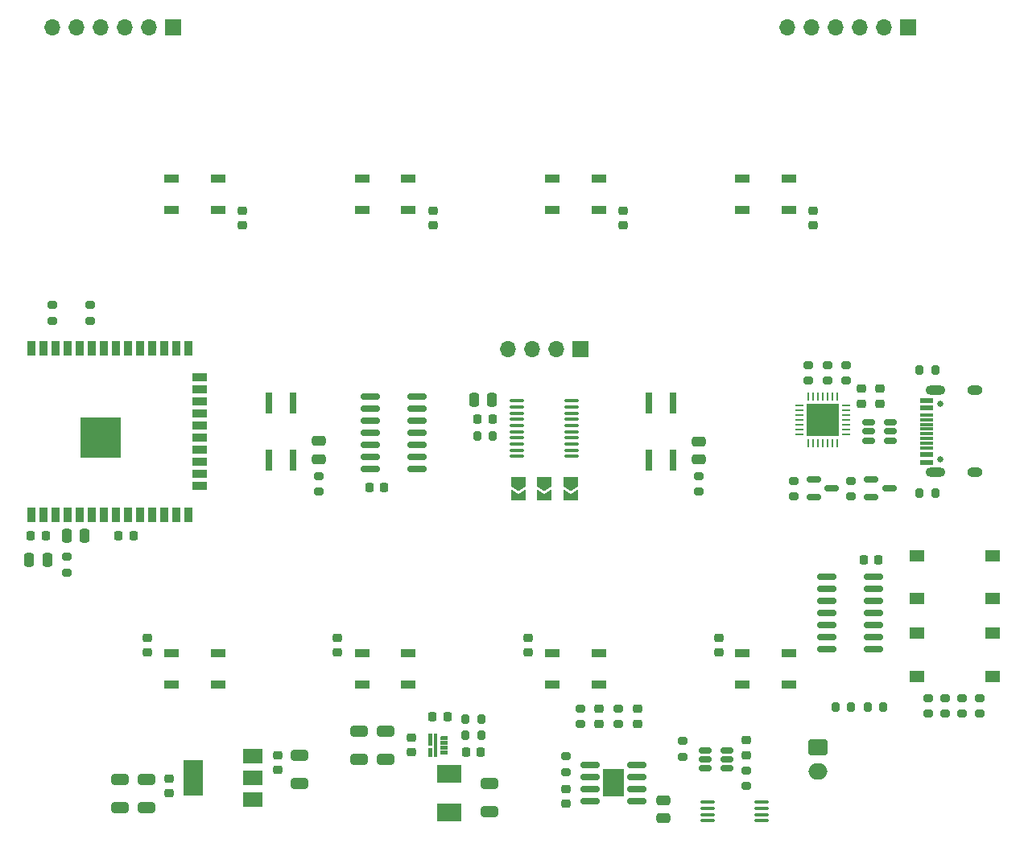
<source format=gts>
G04 #@! TF.GenerationSoftware,KiCad,Pcbnew,(6.0.10-0)*
G04 #@! TF.CreationDate,2023-01-31T00:07:50+01:00*
G04 #@! TF.ProjectId,breast-module-proto-v1,62726561-7374-42d6-9d6f-64756c652d70,Proto V1*
G04 #@! TF.SameCoordinates,Original*
G04 #@! TF.FileFunction,Soldermask,Top*
G04 #@! TF.FilePolarity,Negative*
%FSLAX46Y46*%
G04 Gerber Fmt 4.6, Leading zero omitted, Abs format (unit mm)*
G04 Created by KiCad (PCBNEW (6.0.10-0)) date 2023-01-31 00:07:50*
%MOMM*%
%LPD*%
G01*
G04 APERTURE LIST*
G04 Aperture macros list*
%AMRoundRect*
0 Rectangle with rounded corners*
0 $1 Rounding radius*
0 $2 $3 $4 $5 $6 $7 $8 $9 X,Y pos of 4 corners*
0 Add a 4 corners polygon primitive as box body*
4,1,4,$2,$3,$4,$5,$6,$7,$8,$9,$2,$3,0*
0 Add four circle primitives for the rounded corners*
1,1,$1+$1,$2,$3*
1,1,$1+$1,$4,$5*
1,1,$1+$1,$6,$7*
1,1,$1+$1,$8,$9*
0 Add four rect primitives between the rounded corners*
20,1,$1+$1,$2,$3,$4,$5,0*
20,1,$1+$1,$4,$5,$6,$7,0*
20,1,$1+$1,$6,$7,$8,$9,0*
20,1,$1+$1,$8,$9,$2,$3,0*%
%AMFreePoly0*
4,1,6,1.000000,0.000000,0.500000,-0.750000,-0.500000,-0.750000,-0.500000,0.750000,0.500000,0.750000,1.000000,0.000000,1.000000,0.000000,$1*%
%AMFreePoly1*
4,1,6,0.500000,-0.750000,-0.650000,-0.750000,-0.150000,0.000000,-0.650000,0.750000,0.500000,0.750000,0.500000,-0.750000,0.500000,-0.750000,$1*%
G04 Aperture macros list end*
%ADD10C,0.010000*%
%ADD11RoundRect,0.225000X0.250000X-0.225000X0.250000X0.225000X-0.250000X0.225000X-0.250000X-0.225000X0*%
%ADD12RoundRect,0.225000X-0.250000X0.225000X-0.250000X-0.225000X0.250000X-0.225000X0.250000X0.225000X0*%
%ADD13RoundRect,0.100000X-0.637500X-0.100000X0.637500X-0.100000X0.637500X0.100000X-0.637500X0.100000X0*%
%ADD14FreePoly0,270.000000*%
%ADD15FreePoly1,270.000000*%
%ADD16R,1.700000X1.700000*%
%ADD17O,1.700000X1.700000*%
%ADD18RoundRect,0.218750X0.256250X-0.218750X0.256250X0.218750X-0.256250X0.218750X-0.256250X-0.218750X0*%
%ADD19RoundRect,0.250000X0.250000X0.475000X-0.250000X0.475000X-0.250000X-0.475000X0.250000X-0.475000X0*%
%ADD20R,1.500000X0.900000*%
%ADD21RoundRect,0.150000X-0.825000X-0.150000X0.825000X-0.150000X0.825000X0.150000X-0.825000X0.150000X0*%
%ADD22RoundRect,0.250000X-0.475000X0.250000X-0.475000X-0.250000X0.475000X-0.250000X0.475000X0.250000X0*%
%ADD23R,1.550000X1.300000*%
%ADD24RoundRect,0.200000X-0.275000X0.200000X-0.275000X-0.200000X0.275000X-0.200000X0.275000X0.200000X0*%
%ADD25R,2.000000X1.500000*%
%ADD26R,2.000000X3.800000*%
%ADD27R,0.900000X1.500000*%
%ADD28C,0.475000*%
%ADD29R,4.200000X4.200000*%
%ADD30RoundRect,0.225000X-0.225000X-0.250000X0.225000X-0.250000X0.225000X0.250000X-0.225000X0.250000X0*%
%ADD31RoundRect,0.200000X0.275000X-0.200000X0.275000X0.200000X-0.275000X0.200000X-0.275000X-0.200000X0*%
%ADD32R,2.290000X3.000000*%
%ADD33RoundRect,0.187500X0.187500X-0.937500X0.187500X0.937500X-0.187500X0.937500X-0.187500X-0.937500X0*%
%ADD34RoundRect,0.225000X0.225000X0.250000X-0.225000X0.250000X-0.225000X-0.250000X0.225000X-0.250000X0*%
%ADD35RoundRect,0.150000X-0.587500X-0.150000X0.587500X-0.150000X0.587500X0.150000X-0.587500X0.150000X0*%
%ADD36R,2.500000X1.900000*%
%ADD37C,0.650000*%
%ADD38R,1.450000X0.600000*%
%ADD39R,1.450000X0.300000*%
%ADD40O,2.100000X1.000000*%
%ADD41O,1.600000X1.000000*%
%ADD42RoundRect,0.250000X-0.650000X0.325000X-0.650000X-0.325000X0.650000X-0.325000X0.650000X0.325000X0*%
%ADD43RoundRect,0.200000X-0.200000X-0.275000X0.200000X-0.275000X0.200000X0.275000X-0.200000X0.275000X0*%
%ADD44RoundRect,0.200000X0.200000X0.275000X-0.200000X0.275000X-0.200000X-0.275000X0.200000X-0.275000X0*%
%ADD45RoundRect,0.250000X0.650000X-0.325000X0.650000X0.325000X-0.650000X0.325000X-0.650000X-0.325000X0*%
%ADD46RoundRect,0.062500X0.337500X0.062500X-0.337500X0.062500X-0.337500X-0.062500X0.337500X-0.062500X0*%
%ADD47RoundRect,0.062500X0.062500X0.337500X-0.062500X0.337500X-0.062500X-0.337500X0.062500X-0.337500X0*%
%ADD48R,3.350000X3.350000*%
%ADD49RoundRect,0.150000X0.512500X0.150000X-0.512500X0.150000X-0.512500X-0.150000X0.512500X-0.150000X0*%
%ADD50RoundRect,0.150000X0.825000X0.150000X-0.825000X0.150000X-0.825000X-0.150000X0.825000X-0.150000X0*%
%ADD51RoundRect,0.100000X0.637500X0.100000X-0.637500X0.100000X-0.637500X-0.100000X0.637500X-0.100000X0*%
%ADD52RoundRect,0.150000X-0.512500X-0.150000X0.512500X-0.150000X0.512500X0.150000X-0.512500X0.150000X0*%
%ADD53RoundRect,0.250000X-0.750000X0.600000X-0.750000X-0.600000X0.750000X-0.600000X0.750000X0.600000X0*%
%ADD54O,2.000000X1.700000*%
G04 APERTURE END LIST*
G36*
X141910000Y-129575999D02*
G01*
X141916000Y-129575999D01*
X141926000Y-129577999D01*
X141941000Y-129583999D01*
X141945000Y-129585999D01*
X141950000Y-129587999D01*
X141954000Y-129590999D01*
X141959000Y-129593999D01*
X141963000Y-129596999D01*
X141967000Y-129600999D01*
X141971000Y-129603999D01*
X141974000Y-129607999D01*
X141978000Y-129611999D01*
X141981000Y-129615999D01*
X141984000Y-129620999D01*
X141987000Y-129624999D01*
X141989000Y-129629999D01*
X141991000Y-129633999D01*
X141997000Y-129648999D01*
X141999000Y-129658999D01*
X141999000Y-129664999D01*
X142000000Y-129669999D01*
X142000000Y-129829999D01*
X141999000Y-129834999D01*
X141999000Y-129840999D01*
X141997000Y-129850999D01*
X141991000Y-129865999D01*
X141989000Y-129869999D01*
X141987000Y-129874999D01*
X141984000Y-129878999D01*
X141981000Y-129883999D01*
X141978000Y-129887999D01*
X141974000Y-129891999D01*
X141971000Y-129895999D01*
X141967000Y-129898999D01*
X141963000Y-129902999D01*
X141959000Y-129905999D01*
X141954000Y-129908999D01*
X141950000Y-129911999D01*
X141945000Y-129913999D01*
X141941000Y-129915999D01*
X141926000Y-129921999D01*
X141916000Y-129923999D01*
X141910000Y-129923999D01*
X141905000Y-129924999D01*
X141395000Y-129924999D01*
X141390000Y-129923999D01*
X141384000Y-129923999D01*
X141374000Y-129921999D01*
X141359000Y-129915999D01*
X141355000Y-129913999D01*
X141350000Y-129911999D01*
X141346000Y-129908999D01*
X141341000Y-129905999D01*
X141337000Y-129902999D01*
X141333000Y-129898999D01*
X141329000Y-129895999D01*
X141326000Y-129891999D01*
X141322000Y-129887999D01*
X141319000Y-129883999D01*
X141316000Y-129878999D01*
X141313000Y-129874999D01*
X141311000Y-129869999D01*
X141309000Y-129865999D01*
X141303000Y-129850999D01*
X141301000Y-129840999D01*
X141301000Y-129834999D01*
X141300000Y-129829999D01*
X141300000Y-129669999D01*
X141301000Y-129664999D01*
X141301000Y-129658999D01*
X141303000Y-129648999D01*
X141309000Y-129633999D01*
X141311000Y-129629999D01*
X141313000Y-129624999D01*
X141316000Y-129620999D01*
X141319000Y-129615999D01*
X141322000Y-129611999D01*
X141326000Y-129607999D01*
X141329000Y-129603999D01*
X141333000Y-129600999D01*
X141337000Y-129596999D01*
X141341000Y-129593999D01*
X141346000Y-129590999D01*
X141350000Y-129587999D01*
X141355000Y-129585999D01*
X141359000Y-129583999D01*
X141374000Y-129577999D01*
X141384000Y-129575999D01*
X141390000Y-129575999D01*
X141395000Y-129574999D01*
X141905000Y-129574999D01*
X141910000Y-129575999D01*
G37*
D10*
X141910000Y-129575999D02*
X141916000Y-129575999D01*
X141926000Y-129577999D01*
X141941000Y-129583999D01*
X141945000Y-129585999D01*
X141950000Y-129587999D01*
X141954000Y-129590999D01*
X141959000Y-129593999D01*
X141963000Y-129596999D01*
X141967000Y-129600999D01*
X141971000Y-129603999D01*
X141974000Y-129607999D01*
X141978000Y-129611999D01*
X141981000Y-129615999D01*
X141984000Y-129620999D01*
X141987000Y-129624999D01*
X141989000Y-129629999D01*
X141991000Y-129633999D01*
X141997000Y-129648999D01*
X141999000Y-129658999D01*
X141999000Y-129664999D01*
X142000000Y-129669999D01*
X142000000Y-129829999D01*
X141999000Y-129834999D01*
X141999000Y-129840999D01*
X141997000Y-129850999D01*
X141991000Y-129865999D01*
X141989000Y-129869999D01*
X141987000Y-129874999D01*
X141984000Y-129878999D01*
X141981000Y-129883999D01*
X141978000Y-129887999D01*
X141974000Y-129891999D01*
X141971000Y-129895999D01*
X141967000Y-129898999D01*
X141963000Y-129902999D01*
X141959000Y-129905999D01*
X141954000Y-129908999D01*
X141950000Y-129911999D01*
X141945000Y-129913999D01*
X141941000Y-129915999D01*
X141926000Y-129921999D01*
X141916000Y-129923999D01*
X141910000Y-129923999D01*
X141905000Y-129924999D01*
X141395000Y-129924999D01*
X141390000Y-129923999D01*
X141384000Y-129923999D01*
X141374000Y-129921999D01*
X141359000Y-129915999D01*
X141355000Y-129913999D01*
X141350000Y-129911999D01*
X141346000Y-129908999D01*
X141341000Y-129905999D01*
X141337000Y-129902999D01*
X141333000Y-129898999D01*
X141329000Y-129895999D01*
X141326000Y-129891999D01*
X141322000Y-129887999D01*
X141319000Y-129883999D01*
X141316000Y-129878999D01*
X141313000Y-129874999D01*
X141311000Y-129869999D01*
X141309000Y-129865999D01*
X141303000Y-129850999D01*
X141301000Y-129840999D01*
X141301000Y-129834999D01*
X141300000Y-129829999D01*
X141300000Y-129669999D01*
X141301000Y-129664999D01*
X141301000Y-129658999D01*
X141303000Y-129648999D01*
X141309000Y-129633999D01*
X141311000Y-129629999D01*
X141313000Y-129624999D01*
X141316000Y-129620999D01*
X141319000Y-129615999D01*
X141322000Y-129611999D01*
X141326000Y-129607999D01*
X141329000Y-129603999D01*
X141333000Y-129600999D01*
X141337000Y-129596999D01*
X141341000Y-129593999D01*
X141346000Y-129590999D01*
X141350000Y-129587999D01*
X141355000Y-129585999D01*
X141359000Y-129583999D01*
X141374000Y-129577999D01*
X141384000Y-129575999D01*
X141390000Y-129575999D01*
X141395000Y-129574999D01*
X141905000Y-129574999D01*
X141910000Y-129575999D01*
G36*
X141910000Y-130075999D02*
G01*
X141916000Y-130075999D01*
X141926000Y-130077999D01*
X141941000Y-130083999D01*
X141945000Y-130085999D01*
X141950000Y-130087999D01*
X141954000Y-130090999D01*
X141959000Y-130093999D01*
X141963000Y-130096999D01*
X141967000Y-130100999D01*
X141971000Y-130103999D01*
X141974000Y-130107999D01*
X141978000Y-130111999D01*
X141981000Y-130115999D01*
X141984000Y-130120999D01*
X141987000Y-130124999D01*
X141989000Y-130129999D01*
X141991000Y-130133999D01*
X141997000Y-130148999D01*
X141999000Y-130158999D01*
X141999000Y-130164999D01*
X142000000Y-130169999D01*
X142000000Y-130329999D01*
X141999000Y-130334999D01*
X141999000Y-130340999D01*
X141997000Y-130350999D01*
X141991000Y-130365999D01*
X141989000Y-130369999D01*
X141987000Y-130374999D01*
X141984000Y-130378999D01*
X141981000Y-130383999D01*
X141978000Y-130387999D01*
X141974000Y-130391999D01*
X141971000Y-130395999D01*
X141967000Y-130398999D01*
X141963000Y-130402999D01*
X141959000Y-130405999D01*
X141954000Y-130408999D01*
X141950000Y-130411999D01*
X141945000Y-130413999D01*
X141941000Y-130415999D01*
X141926000Y-130421999D01*
X141916000Y-130423999D01*
X141910000Y-130423999D01*
X141905000Y-130424999D01*
X141395000Y-130424999D01*
X141390000Y-130423999D01*
X141384000Y-130423999D01*
X141374000Y-130421999D01*
X141359000Y-130415999D01*
X141355000Y-130413999D01*
X141350000Y-130411999D01*
X141346000Y-130408999D01*
X141341000Y-130405999D01*
X141337000Y-130402999D01*
X141333000Y-130398999D01*
X141329000Y-130395999D01*
X141326000Y-130391999D01*
X141322000Y-130387999D01*
X141319000Y-130383999D01*
X141316000Y-130378999D01*
X141313000Y-130374999D01*
X141311000Y-130369999D01*
X141309000Y-130365999D01*
X141303000Y-130350999D01*
X141301000Y-130340999D01*
X141301000Y-130334999D01*
X141300000Y-130329999D01*
X141300000Y-130169999D01*
X141301000Y-130164999D01*
X141301000Y-130158999D01*
X141303000Y-130148999D01*
X141309000Y-130133999D01*
X141311000Y-130129999D01*
X141313000Y-130124999D01*
X141316000Y-130120999D01*
X141319000Y-130115999D01*
X141322000Y-130111999D01*
X141326000Y-130107999D01*
X141329000Y-130103999D01*
X141333000Y-130100999D01*
X141337000Y-130096999D01*
X141341000Y-130093999D01*
X141346000Y-130090999D01*
X141350000Y-130087999D01*
X141355000Y-130085999D01*
X141359000Y-130083999D01*
X141374000Y-130077999D01*
X141384000Y-130075999D01*
X141390000Y-130075999D01*
X141395000Y-130074999D01*
X141905000Y-130074999D01*
X141910000Y-130075999D01*
G37*
X141910000Y-130075999D02*
X141916000Y-130075999D01*
X141926000Y-130077999D01*
X141941000Y-130083999D01*
X141945000Y-130085999D01*
X141950000Y-130087999D01*
X141954000Y-130090999D01*
X141959000Y-130093999D01*
X141963000Y-130096999D01*
X141967000Y-130100999D01*
X141971000Y-130103999D01*
X141974000Y-130107999D01*
X141978000Y-130111999D01*
X141981000Y-130115999D01*
X141984000Y-130120999D01*
X141987000Y-130124999D01*
X141989000Y-130129999D01*
X141991000Y-130133999D01*
X141997000Y-130148999D01*
X141999000Y-130158999D01*
X141999000Y-130164999D01*
X142000000Y-130169999D01*
X142000000Y-130329999D01*
X141999000Y-130334999D01*
X141999000Y-130340999D01*
X141997000Y-130350999D01*
X141991000Y-130365999D01*
X141989000Y-130369999D01*
X141987000Y-130374999D01*
X141984000Y-130378999D01*
X141981000Y-130383999D01*
X141978000Y-130387999D01*
X141974000Y-130391999D01*
X141971000Y-130395999D01*
X141967000Y-130398999D01*
X141963000Y-130402999D01*
X141959000Y-130405999D01*
X141954000Y-130408999D01*
X141950000Y-130411999D01*
X141945000Y-130413999D01*
X141941000Y-130415999D01*
X141926000Y-130421999D01*
X141916000Y-130423999D01*
X141910000Y-130423999D01*
X141905000Y-130424999D01*
X141395000Y-130424999D01*
X141390000Y-130423999D01*
X141384000Y-130423999D01*
X141374000Y-130421999D01*
X141359000Y-130415999D01*
X141355000Y-130413999D01*
X141350000Y-130411999D01*
X141346000Y-130408999D01*
X141341000Y-130405999D01*
X141337000Y-130402999D01*
X141333000Y-130398999D01*
X141329000Y-130395999D01*
X141326000Y-130391999D01*
X141322000Y-130387999D01*
X141319000Y-130383999D01*
X141316000Y-130378999D01*
X141313000Y-130374999D01*
X141311000Y-130369999D01*
X141309000Y-130365999D01*
X141303000Y-130350999D01*
X141301000Y-130340999D01*
X141301000Y-130334999D01*
X141300000Y-130329999D01*
X141300000Y-130169999D01*
X141301000Y-130164999D01*
X141301000Y-130158999D01*
X141303000Y-130148999D01*
X141309000Y-130133999D01*
X141311000Y-130129999D01*
X141313000Y-130124999D01*
X141316000Y-130120999D01*
X141319000Y-130115999D01*
X141322000Y-130111999D01*
X141326000Y-130107999D01*
X141329000Y-130103999D01*
X141333000Y-130100999D01*
X141337000Y-130096999D01*
X141341000Y-130093999D01*
X141346000Y-130090999D01*
X141350000Y-130087999D01*
X141355000Y-130085999D01*
X141359000Y-130083999D01*
X141374000Y-130077999D01*
X141384000Y-130075999D01*
X141390000Y-130075999D01*
X141395000Y-130074999D01*
X141905000Y-130074999D01*
X141910000Y-130075999D01*
G36*
X140318000Y-129800999D02*
G01*
X140320000Y-129800999D01*
X140323000Y-129801999D01*
X140325000Y-129801999D01*
X140328000Y-129802999D01*
X140330000Y-129803999D01*
X140333000Y-129804999D01*
X140335000Y-129806999D01*
X140337000Y-129807999D01*
X140339000Y-129809999D01*
X140341000Y-129810999D01*
X140349000Y-129818999D01*
X140350000Y-129820999D01*
X140352000Y-129822999D01*
X140353000Y-129824999D01*
X140355000Y-129826999D01*
X140356000Y-129829999D01*
X140357000Y-129831999D01*
X140358000Y-129834999D01*
X140358000Y-129836999D01*
X140359000Y-129839999D01*
X140359000Y-129841999D01*
X140360000Y-129844999D01*
X140360000Y-130654999D01*
X140359000Y-130657999D01*
X140359000Y-130659999D01*
X140358000Y-130662999D01*
X140358000Y-130664999D01*
X140357000Y-130667999D01*
X140356000Y-130669999D01*
X140355000Y-130672999D01*
X140353000Y-130674999D01*
X140352000Y-130676999D01*
X140350000Y-130678999D01*
X140349000Y-130680999D01*
X140341000Y-130688999D01*
X140339000Y-130689999D01*
X140337000Y-130691999D01*
X140335000Y-130692999D01*
X140333000Y-130694999D01*
X140330000Y-130695999D01*
X140328000Y-130696999D01*
X140325000Y-130697999D01*
X140323000Y-130697999D01*
X140320000Y-130698999D01*
X140318000Y-130698999D01*
X140315000Y-130699999D01*
X140105000Y-130699999D01*
X140102000Y-130698999D01*
X140100000Y-130698999D01*
X140097000Y-130697999D01*
X140095000Y-130697999D01*
X140092000Y-130696999D01*
X140090000Y-130695999D01*
X140087000Y-130694999D01*
X140085000Y-130692999D01*
X140083000Y-130691999D01*
X140081000Y-130689999D01*
X140079000Y-130688999D01*
X140071000Y-130680999D01*
X140070000Y-130678999D01*
X140068000Y-130676999D01*
X140067000Y-130674999D01*
X140065000Y-130672999D01*
X140064000Y-130669999D01*
X140063000Y-130667999D01*
X140062000Y-130664999D01*
X140062000Y-130662999D01*
X140061000Y-130659999D01*
X140061000Y-130657999D01*
X140060000Y-130654999D01*
X140060000Y-129844999D01*
X140061000Y-129841999D01*
X140061000Y-129839999D01*
X140062000Y-129836999D01*
X140062000Y-129834999D01*
X140063000Y-129831999D01*
X140064000Y-129829999D01*
X140065000Y-129826999D01*
X140067000Y-129824999D01*
X140068000Y-129822999D01*
X140070000Y-129820999D01*
X140071000Y-129818999D01*
X140079000Y-129810999D01*
X140081000Y-129809999D01*
X140083000Y-129807999D01*
X140085000Y-129806999D01*
X140087000Y-129804999D01*
X140090000Y-129803999D01*
X140092000Y-129802999D01*
X140095000Y-129801999D01*
X140097000Y-129801999D01*
X140100000Y-129800999D01*
X140102000Y-129800999D01*
X140105000Y-129799999D01*
X140315000Y-129799999D01*
X140318000Y-129800999D01*
G37*
X140318000Y-129800999D02*
X140320000Y-129800999D01*
X140323000Y-129801999D01*
X140325000Y-129801999D01*
X140328000Y-129802999D01*
X140330000Y-129803999D01*
X140333000Y-129804999D01*
X140335000Y-129806999D01*
X140337000Y-129807999D01*
X140339000Y-129809999D01*
X140341000Y-129810999D01*
X140349000Y-129818999D01*
X140350000Y-129820999D01*
X140352000Y-129822999D01*
X140353000Y-129824999D01*
X140355000Y-129826999D01*
X140356000Y-129829999D01*
X140357000Y-129831999D01*
X140358000Y-129834999D01*
X140358000Y-129836999D01*
X140359000Y-129839999D01*
X140359000Y-129841999D01*
X140360000Y-129844999D01*
X140360000Y-130654999D01*
X140359000Y-130657999D01*
X140359000Y-130659999D01*
X140358000Y-130662999D01*
X140358000Y-130664999D01*
X140357000Y-130667999D01*
X140356000Y-130669999D01*
X140355000Y-130672999D01*
X140353000Y-130674999D01*
X140352000Y-130676999D01*
X140350000Y-130678999D01*
X140349000Y-130680999D01*
X140341000Y-130688999D01*
X140339000Y-130689999D01*
X140337000Y-130691999D01*
X140335000Y-130692999D01*
X140333000Y-130694999D01*
X140330000Y-130695999D01*
X140328000Y-130696999D01*
X140325000Y-130697999D01*
X140323000Y-130697999D01*
X140320000Y-130698999D01*
X140318000Y-130698999D01*
X140315000Y-130699999D01*
X140105000Y-130699999D01*
X140102000Y-130698999D01*
X140100000Y-130698999D01*
X140097000Y-130697999D01*
X140095000Y-130697999D01*
X140092000Y-130696999D01*
X140090000Y-130695999D01*
X140087000Y-130694999D01*
X140085000Y-130692999D01*
X140083000Y-130691999D01*
X140081000Y-130689999D01*
X140079000Y-130688999D01*
X140071000Y-130680999D01*
X140070000Y-130678999D01*
X140068000Y-130676999D01*
X140067000Y-130674999D01*
X140065000Y-130672999D01*
X140064000Y-130669999D01*
X140063000Y-130667999D01*
X140062000Y-130664999D01*
X140062000Y-130662999D01*
X140061000Y-130659999D01*
X140061000Y-130657999D01*
X140060000Y-130654999D01*
X140060000Y-129844999D01*
X140061000Y-129841999D01*
X140061000Y-129839999D01*
X140062000Y-129836999D01*
X140062000Y-129834999D01*
X140063000Y-129831999D01*
X140064000Y-129829999D01*
X140065000Y-129826999D01*
X140067000Y-129824999D01*
X140068000Y-129822999D01*
X140070000Y-129820999D01*
X140071000Y-129818999D01*
X140079000Y-129810999D01*
X140081000Y-129809999D01*
X140083000Y-129807999D01*
X140085000Y-129806999D01*
X140087000Y-129804999D01*
X140090000Y-129803999D01*
X140092000Y-129802999D01*
X140095000Y-129801999D01*
X140097000Y-129801999D01*
X140100000Y-129800999D01*
X140102000Y-129800999D01*
X140105000Y-129799999D01*
X140315000Y-129799999D01*
X140318000Y-129800999D01*
G36*
X140318000Y-128300999D02*
G01*
X140320000Y-128300999D01*
X140323000Y-128301999D01*
X140325000Y-128301999D01*
X140328000Y-128302999D01*
X140330000Y-128303999D01*
X140333000Y-128304999D01*
X140335000Y-128306999D01*
X140337000Y-128307999D01*
X140339000Y-128309999D01*
X140341000Y-128310999D01*
X140349000Y-128318999D01*
X140350000Y-128320999D01*
X140352000Y-128322999D01*
X140353000Y-128324999D01*
X140355000Y-128326999D01*
X140356000Y-128329999D01*
X140357000Y-128331999D01*
X140358000Y-128334999D01*
X140358000Y-128336999D01*
X140359000Y-128339999D01*
X140359000Y-128341999D01*
X140360000Y-128344999D01*
X140360000Y-129454999D01*
X140359000Y-129457999D01*
X140359000Y-129459999D01*
X140358000Y-129462999D01*
X140358000Y-129464999D01*
X140357000Y-129467999D01*
X140356000Y-129469999D01*
X140355000Y-129472999D01*
X140353000Y-129474999D01*
X140352000Y-129476999D01*
X140350000Y-129478999D01*
X140349000Y-129480999D01*
X140341000Y-129488999D01*
X140339000Y-129489999D01*
X140337000Y-129491999D01*
X140335000Y-129492999D01*
X140333000Y-129494999D01*
X140330000Y-129495999D01*
X140328000Y-129496999D01*
X140325000Y-129497999D01*
X140323000Y-129497999D01*
X140320000Y-129498999D01*
X140318000Y-129498999D01*
X140315000Y-129499999D01*
X140105000Y-129499999D01*
X140102000Y-129498999D01*
X140100000Y-129498999D01*
X140097000Y-129497999D01*
X140095000Y-129497999D01*
X140092000Y-129496999D01*
X140090000Y-129495999D01*
X140087000Y-129494999D01*
X140085000Y-129492999D01*
X140083000Y-129491999D01*
X140081000Y-129489999D01*
X140079000Y-129488999D01*
X140071000Y-129480999D01*
X140070000Y-129478999D01*
X140068000Y-129476999D01*
X140067000Y-129474999D01*
X140065000Y-129472999D01*
X140064000Y-129469999D01*
X140063000Y-129467999D01*
X140062000Y-129464999D01*
X140062000Y-129462999D01*
X140061000Y-129459999D01*
X140061000Y-129457999D01*
X140060000Y-129454999D01*
X140060000Y-128344999D01*
X140061000Y-128341999D01*
X140061000Y-128339999D01*
X140062000Y-128336999D01*
X140062000Y-128334999D01*
X140063000Y-128331999D01*
X140064000Y-128329999D01*
X140065000Y-128326999D01*
X140067000Y-128324999D01*
X140068000Y-128322999D01*
X140070000Y-128320999D01*
X140071000Y-128318999D01*
X140079000Y-128310999D01*
X140081000Y-128309999D01*
X140083000Y-128307999D01*
X140085000Y-128306999D01*
X140087000Y-128304999D01*
X140090000Y-128303999D01*
X140092000Y-128302999D01*
X140095000Y-128301999D01*
X140097000Y-128301999D01*
X140100000Y-128300999D01*
X140102000Y-128300999D01*
X140105000Y-128299999D01*
X140315000Y-128299999D01*
X140318000Y-128300999D01*
G37*
X140318000Y-128300999D02*
X140320000Y-128300999D01*
X140323000Y-128301999D01*
X140325000Y-128301999D01*
X140328000Y-128302999D01*
X140330000Y-128303999D01*
X140333000Y-128304999D01*
X140335000Y-128306999D01*
X140337000Y-128307999D01*
X140339000Y-128309999D01*
X140341000Y-128310999D01*
X140349000Y-128318999D01*
X140350000Y-128320999D01*
X140352000Y-128322999D01*
X140353000Y-128324999D01*
X140355000Y-128326999D01*
X140356000Y-128329999D01*
X140357000Y-128331999D01*
X140358000Y-128334999D01*
X140358000Y-128336999D01*
X140359000Y-128339999D01*
X140359000Y-128341999D01*
X140360000Y-128344999D01*
X140360000Y-129454999D01*
X140359000Y-129457999D01*
X140359000Y-129459999D01*
X140358000Y-129462999D01*
X140358000Y-129464999D01*
X140357000Y-129467999D01*
X140356000Y-129469999D01*
X140355000Y-129472999D01*
X140353000Y-129474999D01*
X140352000Y-129476999D01*
X140350000Y-129478999D01*
X140349000Y-129480999D01*
X140341000Y-129488999D01*
X140339000Y-129489999D01*
X140337000Y-129491999D01*
X140335000Y-129492999D01*
X140333000Y-129494999D01*
X140330000Y-129495999D01*
X140328000Y-129496999D01*
X140325000Y-129497999D01*
X140323000Y-129497999D01*
X140320000Y-129498999D01*
X140318000Y-129498999D01*
X140315000Y-129499999D01*
X140105000Y-129499999D01*
X140102000Y-129498999D01*
X140100000Y-129498999D01*
X140097000Y-129497999D01*
X140095000Y-129497999D01*
X140092000Y-129496999D01*
X140090000Y-129495999D01*
X140087000Y-129494999D01*
X140085000Y-129492999D01*
X140083000Y-129491999D01*
X140081000Y-129489999D01*
X140079000Y-129488999D01*
X140071000Y-129480999D01*
X140070000Y-129478999D01*
X140068000Y-129476999D01*
X140067000Y-129474999D01*
X140065000Y-129472999D01*
X140064000Y-129469999D01*
X140063000Y-129467999D01*
X140062000Y-129464999D01*
X140062000Y-129462999D01*
X140061000Y-129459999D01*
X140061000Y-129457999D01*
X140060000Y-129454999D01*
X140060000Y-128344999D01*
X140061000Y-128341999D01*
X140061000Y-128339999D01*
X140062000Y-128336999D01*
X140062000Y-128334999D01*
X140063000Y-128331999D01*
X140064000Y-128329999D01*
X140065000Y-128326999D01*
X140067000Y-128324999D01*
X140068000Y-128322999D01*
X140070000Y-128320999D01*
X140071000Y-128318999D01*
X140079000Y-128310999D01*
X140081000Y-128309999D01*
X140083000Y-128307999D01*
X140085000Y-128306999D01*
X140087000Y-128304999D01*
X140090000Y-128303999D01*
X140092000Y-128302999D01*
X140095000Y-128301999D01*
X140097000Y-128301999D01*
X140100000Y-128300999D01*
X140102000Y-128300999D01*
X140105000Y-128299999D01*
X140315000Y-128299999D01*
X140318000Y-128300999D01*
G36*
X141910000Y-128575999D02*
G01*
X141916000Y-128575999D01*
X141926000Y-128577999D01*
X141941000Y-128583999D01*
X141945000Y-128585999D01*
X141950000Y-128587999D01*
X141954000Y-128590999D01*
X141959000Y-128593999D01*
X141963000Y-128596999D01*
X141967000Y-128600999D01*
X141971000Y-128603999D01*
X141974000Y-128607999D01*
X141978000Y-128611999D01*
X141981000Y-128615999D01*
X141984000Y-128620999D01*
X141987000Y-128624999D01*
X141989000Y-128629999D01*
X141991000Y-128633999D01*
X141997000Y-128648999D01*
X141999000Y-128658999D01*
X141999000Y-128664999D01*
X142000000Y-128669999D01*
X142000000Y-128829999D01*
X141999000Y-128834999D01*
X141999000Y-128840999D01*
X141997000Y-128850999D01*
X141991000Y-128865999D01*
X141989000Y-128869999D01*
X141987000Y-128874999D01*
X141984000Y-128878999D01*
X141981000Y-128883999D01*
X141978000Y-128887999D01*
X141974000Y-128891999D01*
X141971000Y-128895999D01*
X141967000Y-128898999D01*
X141963000Y-128902999D01*
X141959000Y-128905999D01*
X141954000Y-128908999D01*
X141950000Y-128911999D01*
X141945000Y-128913999D01*
X141941000Y-128915999D01*
X141926000Y-128921999D01*
X141916000Y-128923999D01*
X141910000Y-128923999D01*
X141905000Y-128924999D01*
X141395000Y-128924999D01*
X141390000Y-128923999D01*
X141384000Y-128923999D01*
X141374000Y-128921999D01*
X141359000Y-128915999D01*
X141355000Y-128913999D01*
X141350000Y-128911999D01*
X141346000Y-128908999D01*
X141341000Y-128905999D01*
X141337000Y-128902999D01*
X141333000Y-128898999D01*
X141329000Y-128895999D01*
X141326000Y-128891999D01*
X141322000Y-128887999D01*
X141319000Y-128883999D01*
X141316000Y-128878999D01*
X141313000Y-128874999D01*
X141311000Y-128869999D01*
X141309000Y-128865999D01*
X141303000Y-128850999D01*
X141301000Y-128840999D01*
X141301000Y-128834999D01*
X141300000Y-128829999D01*
X141300000Y-128669999D01*
X141301000Y-128664999D01*
X141301000Y-128658999D01*
X141303000Y-128648999D01*
X141309000Y-128633999D01*
X141311000Y-128629999D01*
X141313000Y-128624999D01*
X141316000Y-128620999D01*
X141319000Y-128615999D01*
X141322000Y-128611999D01*
X141326000Y-128607999D01*
X141329000Y-128603999D01*
X141333000Y-128600999D01*
X141337000Y-128596999D01*
X141341000Y-128593999D01*
X141346000Y-128590999D01*
X141350000Y-128587999D01*
X141355000Y-128585999D01*
X141359000Y-128583999D01*
X141374000Y-128577999D01*
X141384000Y-128575999D01*
X141390000Y-128575999D01*
X141395000Y-128574999D01*
X141905000Y-128574999D01*
X141910000Y-128575999D01*
G37*
X141910000Y-128575999D02*
X141916000Y-128575999D01*
X141926000Y-128577999D01*
X141941000Y-128583999D01*
X141945000Y-128585999D01*
X141950000Y-128587999D01*
X141954000Y-128590999D01*
X141959000Y-128593999D01*
X141963000Y-128596999D01*
X141967000Y-128600999D01*
X141971000Y-128603999D01*
X141974000Y-128607999D01*
X141978000Y-128611999D01*
X141981000Y-128615999D01*
X141984000Y-128620999D01*
X141987000Y-128624999D01*
X141989000Y-128629999D01*
X141991000Y-128633999D01*
X141997000Y-128648999D01*
X141999000Y-128658999D01*
X141999000Y-128664999D01*
X142000000Y-128669999D01*
X142000000Y-128829999D01*
X141999000Y-128834999D01*
X141999000Y-128840999D01*
X141997000Y-128850999D01*
X141991000Y-128865999D01*
X141989000Y-128869999D01*
X141987000Y-128874999D01*
X141984000Y-128878999D01*
X141981000Y-128883999D01*
X141978000Y-128887999D01*
X141974000Y-128891999D01*
X141971000Y-128895999D01*
X141967000Y-128898999D01*
X141963000Y-128902999D01*
X141959000Y-128905999D01*
X141954000Y-128908999D01*
X141950000Y-128911999D01*
X141945000Y-128913999D01*
X141941000Y-128915999D01*
X141926000Y-128921999D01*
X141916000Y-128923999D01*
X141910000Y-128923999D01*
X141905000Y-128924999D01*
X141395000Y-128924999D01*
X141390000Y-128923999D01*
X141384000Y-128923999D01*
X141374000Y-128921999D01*
X141359000Y-128915999D01*
X141355000Y-128913999D01*
X141350000Y-128911999D01*
X141346000Y-128908999D01*
X141341000Y-128905999D01*
X141337000Y-128902999D01*
X141333000Y-128898999D01*
X141329000Y-128895999D01*
X141326000Y-128891999D01*
X141322000Y-128887999D01*
X141319000Y-128883999D01*
X141316000Y-128878999D01*
X141313000Y-128874999D01*
X141311000Y-128869999D01*
X141309000Y-128865999D01*
X141303000Y-128850999D01*
X141301000Y-128840999D01*
X141301000Y-128834999D01*
X141300000Y-128829999D01*
X141300000Y-128669999D01*
X141301000Y-128664999D01*
X141301000Y-128658999D01*
X141303000Y-128648999D01*
X141309000Y-128633999D01*
X141311000Y-128629999D01*
X141313000Y-128624999D01*
X141316000Y-128620999D01*
X141319000Y-128615999D01*
X141322000Y-128611999D01*
X141326000Y-128607999D01*
X141329000Y-128603999D01*
X141333000Y-128600999D01*
X141337000Y-128596999D01*
X141341000Y-128593999D01*
X141346000Y-128590999D01*
X141350000Y-128587999D01*
X141355000Y-128585999D01*
X141359000Y-128583999D01*
X141374000Y-128577999D01*
X141384000Y-128575999D01*
X141390000Y-128575999D01*
X141395000Y-128574999D01*
X141905000Y-128574999D01*
X141910000Y-128575999D01*
G36*
X140818000Y-128300999D02*
G01*
X140820000Y-128300999D01*
X140823000Y-128301999D01*
X140825000Y-128301999D01*
X140828000Y-128302999D01*
X140830000Y-128303999D01*
X140833000Y-128304999D01*
X140835000Y-128306999D01*
X140837000Y-128307999D01*
X140839000Y-128309999D01*
X140841000Y-128310999D01*
X140849000Y-128318999D01*
X140850000Y-128320999D01*
X140852000Y-128322999D01*
X140853000Y-128324999D01*
X140855000Y-128326999D01*
X140856000Y-128329999D01*
X140857000Y-128331999D01*
X140858000Y-128334999D01*
X140858000Y-128336999D01*
X140859000Y-128339999D01*
X140859000Y-128341999D01*
X140860000Y-128344999D01*
X140860000Y-130654999D01*
X140859000Y-130657999D01*
X140859000Y-130659999D01*
X140858000Y-130662999D01*
X140858000Y-130664999D01*
X140857000Y-130667999D01*
X140856000Y-130669999D01*
X140855000Y-130672999D01*
X140853000Y-130674999D01*
X140852000Y-130676999D01*
X140850000Y-130678999D01*
X140849000Y-130680999D01*
X140841000Y-130688999D01*
X140839000Y-130689999D01*
X140837000Y-130691999D01*
X140835000Y-130692999D01*
X140833000Y-130694999D01*
X140830000Y-130695999D01*
X140828000Y-130696999D01*
X140825000Y-130697999D01*
X140823000Y-130697999D01*
X140820000Y-130698999D01*
X140818000Y-130698999D01*
X140815000Y-130699999D01*
X140655000Y-130699999D01*
X140652000Y-130698999D01*
X140650000Y-130698999D01*
X140647000Y-130697999D01*
X140645000Y-130697999D01*
X140642000Y-130696999D01*
X140640000Y-130695999D01*
X140637000Y-130694999D01*
X140635000Y-130692999D01*
X140633000Y-130691999D01*
X140631000Y-130689999D01*
X140629000Y-130688999D01*
X140621000Y-130680999D01*
X140620000Y-130678999D01*
X140618000Y-130676999D01*
X140617000Y-130674999D01*
X140615000Y-130672999D01*
X140614000Y-130669999D01*
X140613000Y-130667999D01*
X140612000Y-130664999D01*
X140612000Y-130662999D01*
X140611000Y-130659999D01*
X140611000Y-130657999D01*
X140610000Y-130654999D01*
X140610000Y-128344999D01*
X140611000Y-128341999D01*
X140611000Y-128339999D01*
X140612000Y-128336999D01*
X140612000Y-128334999D01*
X140613000Y-128331999D01*
X140614000Y-128329999D01*
X140615000Y-128326999D01*
X140617000Y-128324999D01*
X140618000Y-128322999D01*
X140620000Y-128320999D01*
X140621000Y-128318999D01*
X140629000Y-128310999D01*
X140631000Y-128309999D01*
X140633000Y-128307999D01*
X140635000Y-128306999D01*
X140637000Y-128304999D01*
X140640000Y-128303999D01*
X140642000Y-128302999D01*
X140645000Y-128301999D01*
X140647000Y-128301999D01*
X140650000Y-128300999D01*
X140652000Y-128300999D01*
X140655000Y-128299999D01*
X140815000Y-128299999D01*
X140818000Y-128300999D01*
G37*
X140818000Y-128300999D02*
X140820000Y-128300999D01*
X140823000Y-128301999D01*
X140825000Y-128301999D01*
X140828000Y-128302999D01*
X140830000Y-128303999D01*
X140833000Y-128304999D01*
X140835000Y-128306999D01*
X140837000Y-128307999D01*
X140839000Y-128309999D01*
X140841000Y-128310999D01*
X140849000Y-128318999D01*
X140850000Y-128320999D01*
X140852000Y-128322999D01*
X140853000Y-128324999D01*
X140855000Y-128326999D01*
X140856000Y-128329999D01*
X140857000Y-128331999D01*
X140858000Y-128334999D01*
X140858000Y-128336999D01*
X140859000Y-128339999D01*
X140859000Y-128341999D01*
X140860000Y-128344999D01*
X140860000Y-130654999D01*
X140859000Y-130657999D01*
X140859000Y-130659999D01*
X140858000Y-130662999D01*
X140858000Y-130664999D01*
X140857000Y-130667999D01*
X140856000Y-130669999D01*
X140855000Y-130672999D01*
X140853000Y-130674999D01*
X140852000Y-130676999D01*
X140850000Y-130678999D01*
X140849000Y-130680999D01*
X140841000Y-130688999D01*
X140839000Y-130689999D01*
X140837000Y-130691999D01*
X140835000Y-130692999D01*
X140833000Y-130694999D01*
X140830000Y-130695999D01*
X140828000Y-130696999D01*
X140825000Y-130697999D01*
X140823000Y-130697999D01*
X140820000Y-130698999D01*
X140818000Y-130698999D01*
X140815000Y-130699999D01*
X140655000Y-130699999D01*
X140652000Y-130698999D01*
X140650000Y-130698999D01*
X140647000Y-130697999D01*
X140645000Y-130697999D01*
X140642000Y-130696999D01*
X140640000Y-130695999D01*
X140637000Y-130694999D01*
X140635000Y-130692999D01*
X140633000Y-130691999D01*
X140631000Y-130689999D01*
X140629000Y-130688999D01*
X140621000Y-130680999D01*
X140620000Y-130678999D01*
X140618000Y-130676999D01*
X140617000Y-130674999D01*
X140615000Y-130672999D01*
X140614000Y-130669999D01*
X140613000Y-130667999D01*
X140612000Y-130664999D01*
X140612000Y-130662999D01*
X140611000Y-130659999D01*
X140611000Y-130657999D01*
X140610000Y-130654999D01*
X140610000Y-128344999D01*
X140611000Y-128341999D01*
X140611000Y-128339999D01*
X140612000Y-128336999D01*
X140612000Y-128334999D01*
X140613000Y-128331999D01*
X140614000Y-128329999D01*
X140615000Y-128326999D01*
X140617000Y-128324999D01*
X140618000Y-128322999D01*
X140620000Y-128320999D01*
X140621000Y-128318999D01*
X140629000Y-128310999D01*
X140631000Y-128309999D01*
X140633000Y-128307999D01*
X140635000Y-128306999D01*
X140637000Y-128304999D01*
X140640000Y-128303999D01*
X140642000Y-128302999D01*
X140645000Y-128301999D01*
X140647000Y-128301999D01*
X140650000Y-128300999D01*
X140652000Y-128300999D01*
X140655000Y-128299999D01*
X140815000Y-128299999D01*
X140818000Y-128300999D01*
G36*
X141910000Y-129075999D02*
G01*
X141916000Y-129075999D01*
X141926000Y-129077999D01*
X141941000Y-129083999D01*
X141945000Y-129085999D01*
X141950000Y-129087999D01*
X141954000Y-129090999D01*
X141959000Y-129093999D01*
X141963000Y-129096999D01*
X141967000Y-129100999D01*
X141971000Y-129103999D01*
X141974000Y-129107999D01*
X141978000Y-129111999D01*
X141981000Y-129115999D01*
X141984000Y-129120999D01*
X141987000Y-129124999D01*
X141989000Y-129129999D01*
X141991000Y-129133999D01*
X141997000Y-129148999D01*
X141999000Y-129158999D01*
X141999000Y-129164999D01*
X142000000Y-129169999D01*
X142000000Y-129329999D01*
X141999000Y-129334999D01*
X141999000Y-129340999D01*
X141997000Y-129350999D01*
X141991000Y-129365999D01*
X141989000Y-129369999D01*
X141987000Y-129374999D01*
X141984000Y-129378999D01*
X141981000Y-129383999D01*
X141978000Y-129387999D01*
X141974000Y-129391999D01*
X141971000Y-129395999D01*
X141967000Y-129398999D01*
X141963000Y-129402999D01*
X141959000Y-129405999D01*
X141954000Y-129408999D01*
X141950000Y-129411999D01*
X141945000Y-129413999D01*
X141941000Y-129415999D01*
X141926000Y-129421999D01*
X141916000Y-129423999D01*
X141910000Y-129423999D01*
X141905000Y-129424999D01*
X141395000Y-129424999D01*
X141390000Y-129423999D01*
X141384000Y-129423999D01*
X141374000Y-129421999D01*
X141359000Y-129415999D01*
X141355000Y-129413999D01*
X141350000Y-129411999D01*
X141346000Y-129408999D01*
X141341000Y-129405999D01*
X141337000Y-129402999D01*
X141333000Y-129398999D01*
X141329000Y-129395999D01*
X141326000Y-129391999D01*
X141322000Y-129387999D01*
X141319000Y-129383999D01*
X141316000Y-129378999D01*
X141313000Y-129374999D01*
X141311000Y-129369999D01*
X141309000Y-129365999D01*
X141303000Y-129350999D01*
X141301000Y-129340999D01*
X141301000Y-129334999D01*
X141300000Y-129329999D01*
X141300000Y-129169999D01*
X141301000Y-129164999D01*
X141301000Y-129158999D01*
X141303000Y-129148999D01*
X141309000Y-129133999D01*
X141311000Y-129129999D01*
X141313000Y-129124999D01*
X141316000Y-129120999D01*
X141319000Y-129115999D01*
X141322000Y-129111999D01*
X141326000Y-129107999D01*
X141329000Y-129103999D01*
X141333000Y-129100999D01*
X141337000Y-129096999D01*
X141341000Y-129093999D01*
X141346000Y-129090999D01*
X141350000Y-129087999D01*
X141355000Y-129085999D01*
X141359000Y-129083999D01*
X141374000Y-129077999D01*
X141384000Y-129075999D01*
X141390000Y-129075999D01*
X141395000Y-129074999D01*
X141905000Y-129074999D01*
X141910000Y-129075999D01*
G37*
X141910000Y-129075999D02*
X141916000Y-129075999D01*
X141926000Y-129077999D01*
X141941000Y-129083999D01*
X141945000Y-129085999D01*
X141950000Y-129087999D01*
X141954000Y-129090999D01*
X141959000Y-129093999D01*
X141963000Y-129096999D01*
X141967000Y-129100999D01*
X141971000Y-129103999D01*
X141974000Y-129107999D01*
X141978000Y-129111999D01*
X141981000Y-129115999D01*
X141984000Y-129120999D01*
X141987000Y-129124999D01*
X141989000Y-129129999D01*
X141991000Y-129133999D01*
X141997000Y-129148999D01*
X141999000Y-129158999D01*
X141999000Y-129164999D01*
X142000000Y-129169999D01*
X142000000Y-129329999D01*
X141999000Y-129334999D01*
X141999000Y-129340999D01*
X141997000Y-129350999D01*
X141991000Y-129365999D01*
X141989000Y-129369999D01*
X141987000Y-129374999D01*
X141984000Y-129378999D01*
X141981000Y-129383999D01*
X141978000Y-129387999D01*
X141974000Y-129391999D01*
X141971000Y-129395999D01*
X141967000Y-129398999D01*
X141963000Y-129402999D01*
X141959000Y-129405999D01*
X141954000Y-129408999D01*
X141950000Y-129411999D01*
X141945000Y-129413999D01*
X141941000Y-129415999D01*
X141926000Y-129421999D01*
X141916000Y-129423999D01*
X141910000Y-129423999D01*
X141905000Y-129424999D01*
X141395000Y-129424999D01*
X141390000Y-129423999D01*
X141384000Y-129423999D01*
X141374000Y-129421999D01*
X141359000Y-129415999D01*
X141355000Y-129413999D01*
X141350000Y-129411999D01*
X141346000Y-129408999D01*
X141341000Y-129405999D01*
X141337000Y-129402999D01*
X141333000Y-129398999D01*
X141329000Y-129395999D01*
X141326000Y-129391999D01*
X141322000Y-129387999D01*
X141319000Y-129383999D01*
X141316000Y-129378999D01*
X141313000Y-129374999D01*
X141311000Y-129369999D01*
X141309000Y-129365999D01*
X141303000Y-129350999D01*
X141301000Y-129340999D01*
X141301000Y-129334999D01*
X141300000Y-129329999D01*
X141300000Y-129169999D01*
X141301000Y-129164999D01*
X141301000Y-129158999D01*
X141303000Y-129148999D01*
X141309000Y-129133999D01*
X141311000Y-129129999D01*
X141313000Y-129124999D01*
X141316000Y-129120999D01*
X141319000Y-129115999D01*
X141322000Y-129111999D01*
X141326000Y-129107999D01*
X141329000Y-129103999D01*
X141333000Y-129100999D01*
X141337000Y-129096999D01*
X141341000Y-129093999D01*
X141346000Y-129090999D01*
X141350000Y-129087999D01*
X141355000Y-129085999D01*
X141359000Y-129083999D01*
X141374000Y-129077999D01*
X141384000Y-129075999D01*
X141390000Y-129075999D01*
X141395000Y-129074999D01*
X141905000Y-129074999D01*
X141910000Y-129075999D01*
D11*
X130500000Y-119775000D03*
X130500000Y-118225000D03*
D12*
X160500000Y-73225000D03*
X160500000Y-74775000D03*
D13*
X149337500Y-93275000D03*
X149337500Y-93925000D03*
X149337500Y-94575000D03*
X149337500Y-95225000D03*
X149337500Y-95875000D03*
X149337500Y-96525000D03*
X149337500Y-97175000D03*
X149337500Y-97825000D03*
X149337500Y-98475000D03*
X149337500Y-99125000D03*
X155062500Y-99125000D03*
X155062500Y-98475000D03*
X155062500Y-97825000D03*
X155062500Y-97175000D03*
X155062500Y-96525000D03*
X155062500Y-95875000D03*
X155062500Y-95225000D03*
X155062500Y-94575000D03*
X155062500Y-93925000D03*
X155062500Y-93275000D03*
D14*
X155000000Y-101800000D03*
D15*
X155000000Y-103250000D03*
D16*
X113200000Y-54000000D03*
D17*
X110660000Y-54000000D03*
X108120000Y-54000000D03*
X105580000Y-54000000D03*
X103040000Y-54000000D03*
X100500000Y-54000000D03*
D18*
X158000000Y-127287499D03*
X158000000Y-125712499D03*
D19*
X103900000Y-107500000D03*
X102000000Y-107500000D03*
D16*
X190500000Y-54000000D03*
D17*
X187960000Y-54000000D03*
X185420000Y-54000000D03*
X182880000Y-54000000D03*
X180340000Y-54000000D03*
X177800000Y-54000000D03*
D20*
X133050000Y-119850000D03*
X133050000Y-123150000D03*
X137950000Y-123150000D03*
X137950000Y-119850000D03*
D12*
X185600000Y-92000000D03*
X185600000Y-93550000D03*
D21*
X181925000Y-111790000D03*
X181925000Y-113060000D03*
X181925000Y-114330000D03*
X181925000Y-115600000D03*
X181925000Y-116870000D03*
X181925000Y-118140000D03*
X181925000Y-119410000D03*
X186875000Y-119410000D03*
X186875000Y-118140000D03*
X186875000Y-116870000D03*
X186875000Y-115600000D03*
X186875000Y-114330000D03*
X186875000Y-113060000D03*
X186875000Y-111790000D03*
D20*
X173050000Y-119850000D03*
X173050000Y-123150000D03*
X177950000Y-123150000D03*
X177950000Y-119850000D03*
D22*
X164750000Y-135300000D03*
X164750000Y-137200000D03*
D23*
X191425000Y-117750000D03*
X199375000Y-117750000D03*
X191425000Y-122250000D03*
X199375000Y-122250000D03*
D24*
X104500000Y-83175000D03*
X104500000Y-84825000D03*
D25*
X121600000Y-135275000D03*
X121600000Y-132975000D03*
D26*
X115300000Y-132975000D03*
D25*
X121600000Y-130675000D03*
D12*
X173500000Y-128999999D03*
X173500000Y-130549999D03*
D24*
X100500000Y-83175000D03*
X100500000Y-84825000D03*
D22*
X128500000Y-97499999D03*
X128500000Y-99399999D03*
D27*
X98250000Y-105250000D03*
X99520000Y-105250000D03*
X100790000Y-105250000D03*
X102060000Y-105250000D03*
X103330000Y-105250000D03*
X104600000Y-105250000D03*
X105870000Y-105250000D03*
X107140000Y-105250000D03*
X108410000Y-105250000D03*
X109680000Y-105250000D03*
X110950000Y-105250000D03*
X112220000Y-105250000D03*
X113490000Y-105250000D03*
X114760000Y-105250000D03*
D20*
X116010000Y-102210000D03*
X116010000Y-100940000D03*
X116010000Y-99670000D03*
X116010000Y-98400000D03*
X116010000Y-97130000D03*
X116010000Y-95860000D03*
X116010000Y-94590000D03*
X116010000Y-93320000D03*
X116010000Y-92050000D03*
X116010000Y-90780000D03*
D27*
X114760000Y-87750000D03*
X113490000Y-87750000D03*
X112220000Y-87750000D03*
X110950000Y-87750000D03*
X109680000Y-87750000D03*
X108410000Y-87750000D03*
X107140000Y-87750000D03*
X105870000Y-87750000D03*
X104600000Y-87750000D03*
X103330000Y-87750000D03*
X102060000Y-87750000D03*
X100790000Y-87750000D03*
X99520000Y-87750000D03*
X98250000Y-87750000D03*
D28*
X107115000Y-97942500D03*
X105590000Y-97942500D03*
X104827500Y-95655000D03*
D29*
X105590000Y-97180000D03*
D28*
X106352500Y-95655000D03*
X104065000Y-97942500D03*
X104827500Y-98705000D03*
X106352500Y-98705000D03*
X104065000Y-96417500D03*
X105590000Y-96417500D03*
X104827500Y-97180000D03*
X106352500Y-97180000D03*
X107115000Y-96417500D03*
D30*
X133825000Y-102400000D03*
X135375000Y-102400000D03*
D24*
X128500000Y-101175000D03*
X128500000Y-102825000D03*
D14*
X152250000Y-101800000D03*
D15*
X152250000Y-103250000D03*
D14*
X149500000Y-101800000D03*
D15*
X149500000Y-103250000D03*
D31*
X194400000Y-126225000D03*
X194400000Y-124575000D03*
X178500000Y-103325000D03*
X178500000Y-101675000D03*
D20*
X153050000Y-119850000D03*
X153050000Y-123150000D03*
X157950000Y-123150000D03*
X157950000Y-119850000D03*
D21*
X157025000Y-131595000D03*
X157025000Y-132865000D03*
X157025000Y-134135000D03*
X157025000Y-135405000D03*
X161975000Y-135405000D03*
X161975000Y-134135000D03*
X161975000Y-132865000D03*
X161975000Y-131595000D03*
D32*
X159500000Y-133500000D03*
D33*
X125770000Y-93500000D03*
X123230000Y-93500000D03*
X123230000Y-99500000D03*
X125770000Y-99500000D03*
D30*
X107450000Y-107500000D03*
X109000000Y-107500000D03*
D24*
X192600000Y-124575000D03*
X192600000Y-126225000D03*
D34*
X146775000Y-95200000D03*
X145225000Y-95200000D03*
D35*
X180562500Y-101550000D03*
X180562500Y-103450000D03*
X182437500Y-102500000D03*
D36*
X142250000Y-136599999D03*
X142250000Y-132499999D03*
D37*
X193900000Y-93610000D03*
X193900000Y-99390000D03*
D38*
X192455000Y-99750000D03*
X192455000Y-98950000D03*
D39*
X192455000Y-97750000D03*
X192455000Y-96750000D03*
X192455000Y-96250000D03*
X192455000Y-95250000D03*
D38*
X192455000Y-94050000D03*
X192455000Y-93250000D03*
X192455000Y-93250000D03*
X192455000Y-94050000D03*
D39*
X192455000Y-94750000D03*
X192455000Y-95750000D03*
X192455000Y-97250000D03*
X192455000Y-98250000D03*
D38*
X192455000Y-98950000D03*
X192455000Y-99750000D03*
D40*
X193370000Y-100820000D03*
X193370000Y-92180000D03*
D41*
X197550000Y-100820000D03*
X197550000Y-92180000D03*
D31*
X160000000Y-127324999D03*
X160000000Y-125674999D03*
D12*
X124200000Y-130600000D03*
X124200000Y-132150000D03*
D42*
X135499999Y-128024999D03*
X135499999Y-130974999D03*
D34*
X187375000Y-110000000D03*
X185825000Y-110000000D03*
X145524999Y-130249999D03*
X143974999Y-130249999D03*
D12*
X138250000Y-128724999D03*
X138250000Y-130274999D03*
D24*
X184500000Y-101675000D03*
X184500000Y-103325000D03*
D31*
X156000000Y-127324999D03*
X156000000Y-125674999D03*
D34*
X142025000Y-126499999D03*
X140475000Y-126499999D03*
D43*
X186250000Y-125500000D03*
X187900000Y-125500000D03*
D24*
X182000000Y-89500000D03*
X182000000Y-91150000D03*
D44*
X193325000Y-103000000D03*
X191675000Y-103000000D03*
D16*
X156000000Y-87825000D03*
D17*
X153460000Y-87825000D03*
X150920000Y-87825000D03*
X148380000Y-87825000D03*
D31*
X102000000Y-111325000D03*
X102000000Y-109675000D03*
D20*
X113050000Y-119850000D03*
X113050000Y-123150000D03*
X117950000Y-123150000D03*
X117950000Y-119850000D03*
D43*
X143925000Y-126749999D03*
X145575000Y-126749999D03*
D24*
X196200000Y-124575000D03*
X196200000Y-126225000D03*
D45*
X146500000Y-136474999D03*
X146500000Y-133524999D03*
D42*
X126500000Y-130600000D03*
X126500000Y-133550000D03*
D46*
X183950000Y-96775000D03*
X183950000Y-96275000D03*
X183950000Y-95775000D03*
X183950000Y-95275000D03*
X183950000Y-94775000D03*
X183950000Y-94275000D03*
X183950000Y-93775000D03*
D47*
X183000000Y-92825000D03*
X182500000Y-92825000D03*
X182000000Y-92825000D03*
X181500000Y-92825000D03*
X181000000Y-92825000D03*
X180500000Y-92825000D03*
X180000000Y-92825000D03*
D46*
X179050000Y-93775000D03*
X179050000Y-94275000D03*
X179050000Y-94775000D03*
X179050000Y-95275000D03*
X179050000Y-95775000D03*
X179050000Y-96275000D03*
X179050000Y-96775000D03*
D47*
X180000000Y-97725000D03*
X180500000Y-97725000D03*
X181000000Y-97725000D03*
X181500000Y-97725000D03*
X182000000Y-97725000D03*
X182500000Y-97725000D03*
X183000000Y-97725000D03*
D48*
X181500000Y-95275000D03*
D12*
X140500000Y-73225000D03*
X140500000Y-74775000D03*
D11*
X154500000Y-135675000D03*
X154500000Y-134125000D03*
D12*
X187500000Y-92000000D03*
X187500000Y-93550000D03*
X120500000Y-73225000D03*
X120500000Y-74775000D03*
D31*
X173500000Y-133824999D03*
X173500000Y-132174999D03*
X166750000Y-130750000D03*
X166750000Y-129100000D03*
D35*
X186624999Y-101550000D03*
X186624999Y-103450000D03*
X188499999Y-102500000D03*
D49*
X188637500Y-97450000D03*
X188637500Y-96500000D03*
X188637500Y-95550000D03*
X186362500Y-95550000D03*
X186362500Y-96500000D03*
X186362500Y-97450000D03*
D44*
X193325000Y-90000000D03*
X191675000Y-90000000D03*
D12*
X112800000Y-133000000D03*
X112800000Y-134550000D03*
D23*
X191425000Y-109550000D03*
X199375000Y-109550000D03*
X191425000Y-114050000D03*
X199375000Y-114050000D03*
D19*
X146750000Y-93200000D03*
X144850000Y-93200000D03*
D20*
X137950000Y-73150000D03*
X137950000Y-69850000D03*
X133050000Y-69850000D03*
X133050000Y-73150000D03*
D50*
X138875000Y-100410000D03*
X138875000Y-99140000D03*
X138875000Y-97870000D03*
X138875000Y-96600000D03*
X138875000Y-95330000D03*
X138875000Y-94060000D03*
X138875000Y-92790000D03*
X133925000Y-92790000D03*
X133925000Y-94060000D03*
X133925000Y-95330000D03*
X133925000Y-96600000D03*
X133925000Y-97870000D03*
X133925000Y-99140000D03*
X133925000Y-100410000D03*
D24*
X168500000Y-101175000D03*
X168500000Y-102825000D03*
D43*
X182850000Y-125500000D03*
X184500000Y-125500000D03*
D31*
X184000000Y-91150000D03*
X184000000Y-89500000D03*
X154500000Y-132324999D03*
X154500000Y-130674999D03*
D11*
X150500000Y-119775000D03*
X150500000Y-118225000D03*
X110500000Y-119775000D03*
X110500000Y-118225000D03*
D19*
X99950000Y-110000000D03*
X98050000Y-110000000D03*
D20*
X157950000Y-73150000D03*
X157950000Y-69850000D03*
X153050000Y-69850000D03*
X153050000Y-73150000D03*
X177950000Y-73150000D03*
X177950000Y-69850000D03*
X173050000Y-69850000D03*
X173050000Y-73150000D03*
D24*
X180000000Y-89500000D03*
X180000000Y-91150000D03*
D42*
X132750000Y-128024999D03*
X132750000Y-130974999D03*
D18*
X162000000Y-127287499D03*
X162000000Y-125712499D03*
D43*
X145175000Y-97000000D03*
X146825000Y-97000000D03*
D51*
X175112500Y-137475000D03*
X175112500Y-136825000D03*
X175112500Y-136175000D03*
X175112500Y-135525000D03*
X169387500Y-135525000D03*
X169387500Y-136175000D03*
X169387500Y-136825000D03*
X169387500Y-137475000D03*
D31*
X198000000Y-126225000D03*
X198000000Y-124575000D03*
D42*
X107600000Y-133125000D03*
X107600000Y-136075000D03*
D33*
X165770000Y-93500000D03*
X163230000Y-93500000D03*
X163230000Y-99500000D03*
X165770000Y-99500000D03*
D11*
X170600000Y-119775000D03*
X170600000Y-118225000D03*
D44*
X145575000Y-128499999D03*
X143925000Y-128499999D03*
D12*
X180500000Y-73225000D03*
X180500000Y-74775000D03*
D42*
X110400000Y-133125000D03*
X110400000Y-136075000D03*
D20*
X117950000Y-73150000D03*
X117950000Y-69850000D03*
X113050000Y-69850000D03*
X113050000Y-73150000D03*
D22*
X168500000Y-97550000D03*
X168500000Y-99450000D03*
D52*
X169162500Y-130049999D03*
X169162500Y-130999999D03*
X169162500Y-131949999D03*
X171437500Y-131949999D03*
X171437500Y-130999999D03*
X171437500Y-130049999D03*
D34*
X99775000Y-107500000D03*
X98225000Y-107500000D03*
D53*
X181000000Y-129750000D03*
D54*
X181000000Y-132250000D03*
M02*

</source>
